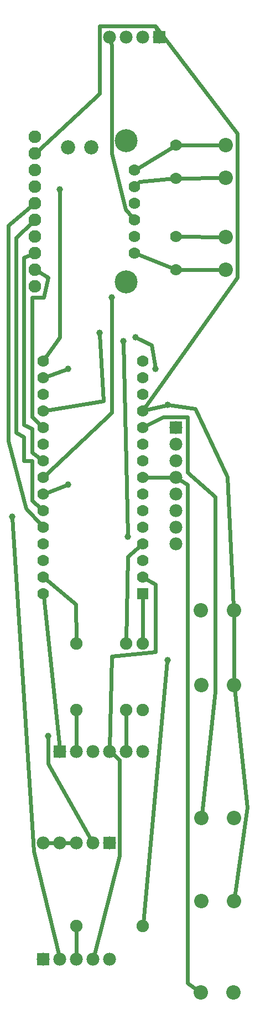
<source format=gbl>
G04 MADE WITH FRITZING*
G04 WWW.FRITZING.ORG*
G04 DOUBLE SIDED*
G04 HOLES PLATED*
G04 CONTOUR ON CENTER OF CONTOUR VECTOR*
%ASAXBY*%
%FSLAX23Y23*%
%MOIN*%
%OFA0B0*%
%SFA1.0B1.0*%
%ADD10C,0.078000*%
%ADD11C,0.075000*%
%ADD12C,0.070000*%
%ADD13C,0.087268*%
%ADD14C,0.087253*%
%ADD15C,0.138425*%
%ADD16C,0.086000*%
%ADD17C,0.076000*%
%ADD18C,0.039370*%
%ADD19R,0.078000X0.078000*%
%ADD20R,0.069972X0.070000*%
%ADD21C,0.024000*%
%LNCOPPER0*%
G90*
G70*
G54D10*
X649Y3897D03*
X549Y3897D03*
X449Y3897D03*
X349Y3897D03*
X249Y3897D03*
X249Y3197D03*
X349Y3197D03*
X449Y3197D03*
X549Y3197D03*
X649Y3197D03*
G54D11*
X449Y3397D03*
X849Y3397D03*
G54D10*
X349Y4447D03*
X449Y4447D03*
X549Y4447D03*
X649Y4447D03*
X749Y4447D03*
X849Y4447D03*
G54D11*
X449Y5097D03*
X449Y4697D03*
X849Y5097D03*
X849Y4697D03*
X749Y5097D03*
X749Y4697D03*
G54D12*
X1049Y7897D03*
X1049Y8097D03*
X1049Y7547D03*
X1049Y7347D03*
X849Y5397D03*
X849Y5497D03*
X849Y5597D03*
X849Y5697D03*
X849Y5797D03*
X849Y5897D03*
X849Y5997D03*
X849Y6097D03*
X849Y6197D03*
X849Y6297D03*
X849Y6397D03*
X849Y6497D03*
X849Y6597D03*
X849Y6697D03*
X849Y6797D03*
X249Y5397D03*
X249Y5497D03*
X249Y5597D03*
X249Y5697D03*
X249Y5797D03*
X249Y5897D03*
X249Y5997D03*
X249Y6097D03*
X249Y6197D03*
X249Y6297D03*
X249Y6397D03*
X249Y6497D03*
X249Y6597D03*
X249Y6697D03*
X249Y6797D03*
G54D10*
X949Y8747D03*
X849Y8747D03*
X749Y8747D03*
X649Y8747D03*
G54D13*
X1196Y2997D03*
G54D14*
X1393Y2997D03*
G54D13*
X1202Y3547D03*
G54D14*
X1399Y3547D03*
G54D13*
X1202Y4847D03*
G54D14*
X1399Y4847D03*
G54D13*
X1396Y5297D03*
G54D14*
X1199Y5297D03*
G54D13*
X1349Y8097D03*
G54D14*
X1349Y7900D03*
G54D13*
X1349Y7544D03*
G54D14*
X1349Y7347D03*
G54D13*
X1399Y4047D03*
G54D14*
X1202Y4047D03*
G54D10*
X1049Y6397D03*
X1049Y6297D03*
X1049Y6197D03*
X1049Y6097D03*
X1049Y5997D03*
X1049Y5897D03*
X1049Y5797D03*
X1049Y5697D03*
G54D15*
X749Y8122D03*
G54D16*
X398Y8082D03*
X536Y8082D03*
G54D17*
X199Y8147D03*
X199Y8047D03*
X199Y7947D03*
X199Y7847D03*
X199Y7747D03*
X199Y7647D03*
X199Y7547D03*
G54D15*
X749Y7272D03*
G54D17*
X199Y7447D03*
X199Y7347D03*
X199Y7247D03*
G54D12*
X799Y7447D03*
X799Y7547D03*
X799Y7647D03*
X799Y7747D03*
X799Y7847D03*
X799Y7947D03*
G54D18*
X348Y7829D03*
X60Y5861D03*
X660Y7181D03*
X276Y4541D03*
X396Y6053D03*
X396Y6749D03*
X732Y6917D03*
X756Y5741D03*
X996Y4997D03*
X588Y6965D03*
X804Y6941D03*
X924Y6749D03*
X996Y6533D03*
G54D19*
X649Y3897D03*
X249Y3197D03*
X349Y4447D03*
G54D20*
X849Y5397D03*
G54D19*
X949Y8747D03*
X1049Y6397D03*
G54D21*
X749Y4680D02*
X749Y4466D01*
D02*
X251Y5379D02*
X347Y4466D01*
D02*
X849Y5369D02*
X849Y5115D01*
D02*
X449Y3380D02*
X449Y3216D01*
D02*
X449Y4680D02*
X449Y4466D01*
D02*
X1326Y7544D02*
X1064Y7547D01*
D02*
X817Y7440D02*
X1035Y7353D01*
D02*
X1326Y7347D02*
X1064Y7347D01*
D02*
X262Y5486D02*
X444Y5333D01*
X444Y5333D02*
X448Y5115D01*
D02*
X813Y7862D02*
X828Y7877D01*
X828Y7877D02*
X1034Y7896D01*
D02*
X1326Y7900D02*
X1064Y7897D01*
D02*
X816Y7958D02*
X1036Y8090D01*
D02*
X1326Y8097D02*
X1064Y8097D01*
D02*
X835Y5686D02*
X756Y5621D01*
X756Y5621D02*
X749Y5115D01*
D02*
X216Y7337D02*
X276Y7301D01*
X276Y7301D02*
X252Y7181D01*
X252Y7181D02*
X180Y7181D01*
X180Y7181D02*
X180Y6461D01*
X180Y6461D02*
X235Y6410D01*
D02*
X180Y7440D02*
X132Y7421D01*
X132Y7421D02*
X132Y6413D01*
X132Y6413D02*
X180Y6389D01*
X180Y6389D02*
X180Y6245D01*
X180Y6245D02*
X234Y6208D01*
D02*
X184Y7634D02*
X84Y7541D01*
X84Y7541D02*
X84Y6365D01*
X84Y6365D02*
X132Y6341D01*
X132Y6341D02*
X132Y6197D01*
X132Y6197D02*
X180Y6197D01*
X180Y6197D02*
X180Y5957D01*
X180Y5957D02*
X235Y5909D01*
D02*
X864Y5488D02*
X924Y5453D01*
X924Y5453D02*
X924Y5045D01*
X924Y5045D02*
X660Y5021D01*
X660Y5021D02*
X649Y4466D01*
D02*
X553Y3216D02*
X708Y3821D01*
X708Y3821D02*
X708Y4397D01*
X708Y4397D02*
X663Y4435D01*
D02*
X184Y7735D02*
X36Y7613D01*
X36Y7613D02*
X36Y6317D01*
X36Y6317D02*
X144Y5909D01*
X144Y5909D02*
X236Y5810D01*
D02*
X259Y6812D02*
X348Y6941D01*
X348Y6941D02*
X348Y7821D01*
D02*
X61Y5853D02*
X192Y3845D01*
X192Y3845D02*
X344Y3216D01*
D02*
X867Y6097D02*
X1030Y6097D01*
D02*
X1178Y3010D02*
X1116Y3053D01*
X1116Y3053D02*
X1116Y6053D01*
X1116Y6053D02*
X1065Y6087D01*
D02*
X1204Y4070D02*
X1284Y4805D01*
X1284Y4805D02*
X1284Y5981D01*
X1284Y5981D02*
X1116Y6125D01*
X1116Y6125D02*
X1116Y6461D01*
X1116Y6461D02*
X972Y6461D01*
X972Y6461D02*
X865Y6406D01*
D02*
X660Y7173D02*
X660Y6485D01*
X660Y6485D02*
X262Y6110D01*
D02*
X430Y3897D02*
X368Y3897D01*
D02*
X268Y3897D02*
X330Y3897D01*
D02*
X276Y4533D02*
X276Y4373D01*
X276Y4373D02*
X539Y3914D01*
D02*
X389Y6050D02*
X266Y6004D01*
D02*
X266Y6703D02*
X389Y6746D01*
D02*
X732Y6909D02*
X756Y5749D01*
D02*
X995Y4989D02*
X850Y3415D01*
D02*
X266Y6500D02*
X612Y6557D01*
X612Y6557D02*
X588Y6957D01*
D02*
X811Y6937D02*
X900Y6893D01*
X900Y6893D02*
X923Y6757D01*
D02*
X653Y8729D02*
X660Y8693D01*
X660Y8693D02*
X660Y8045D01*
X660Y8045D02*
X744Y7709D01*
X744Y7709D02*
X785Y7662D01*
D02*
X866Y6502D02*
X988Y6531D01*
D02*
X1394Y5320D02*
X1356Y6101D01*
X1356Y6101D02*
X1164Y6509D01*
X1164Y6509D02*
X1004Y6532D01*
D02*
X1399Y4870D02*
X1396Y5275D01*
D02*
X1402Y3570D02*
X1476Y4109D01*
X1476Y4109D02*
X1401Y4825D01*
D02*
X213Y8061D02*
X588Y8405D01*
X588Y8405D02*
X588Y8813D01*
X588Y8813D02*
X924Y8813D01*
X924Y8813D02*
X1416Y8165D01*
X1416Y8165D02*
X1416Y7301D01*
X1416Y7301D02*
X859Y6512D01*
D02*
X942Y8765D02*
X924Y8813D01*
G04 End of Copper0*
M02*
</source>
